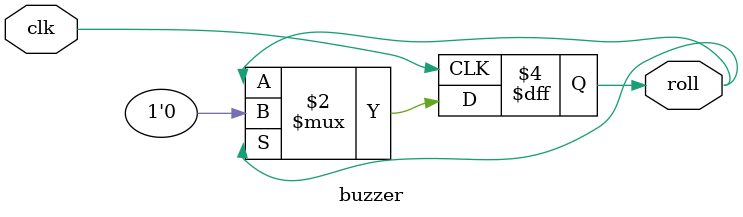
<source format=v>
module buzzer(clk,roll);
input clk;
output reg roll;

always@(posedge clk)
begin 
if(roll)
roll<=1'b0;
end
endmodule

</source>
